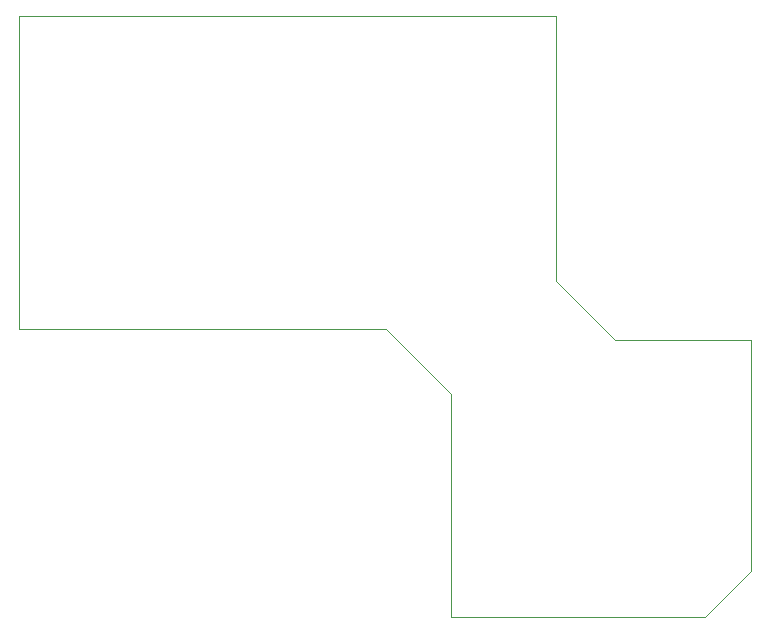
<source format=gbr>
%TF.GenerationSoftware,KiCad,Pcbnew,(6.0.5)*%
%TF.CreationDate,2022-06-15T00:03:33-05:00*%
%TF.ProjectId,GBOYFrontController,47424f59-4672-46f6-9e74-436f6e74726f,rev?*%
%TF.SameCoordinates,Original*%
%TF.FileFunction,Profile,NP*%
%FSLAX46Y46*%
G04 Gerber Fmt 4.6, Leading zero omitted, Abs format (unit mm)*
G04 Created by KiCad (PCBNEW (6.0.5)) date 2022-06-15 00:03:33*
%MOMM*%
%LPD*%
G01*
G04 APERTURE LIST*
%TA.AperFunction,Profile*%
%ADD10C,0.050000*%
%TD*%
G04 APERTURE END LIST*
D10*
X50000000Y-131110000D02*
X50000000Y-150000000D01*
X50000000Y-150000000D02*
X71500000Y-150000000D01*
X13390000Y-125610000D02*
X44500000Y-125610000D01*
X58890000Y-121610000D02*
X58890000Y-99110000D01*
X75390000Y-126610000D02*
X63890000Y-126610000D01*
X44500000Y-125610000D02*
X50000000Y-131110000D01*
X63890000Y-126610000D02*
X58890000Y-121610000D01*
X71500000Y-150000000D02*
X75390000Y-146110000D01*
X58890000Y-99110000D02*
X13390000Y-99110000D01*
X13390000Y-99110000D02*
X13390000Y-125610000D01*
X75390000Y-146110000D02*
X75390000Y-126610000D01*
M02*

</source>
